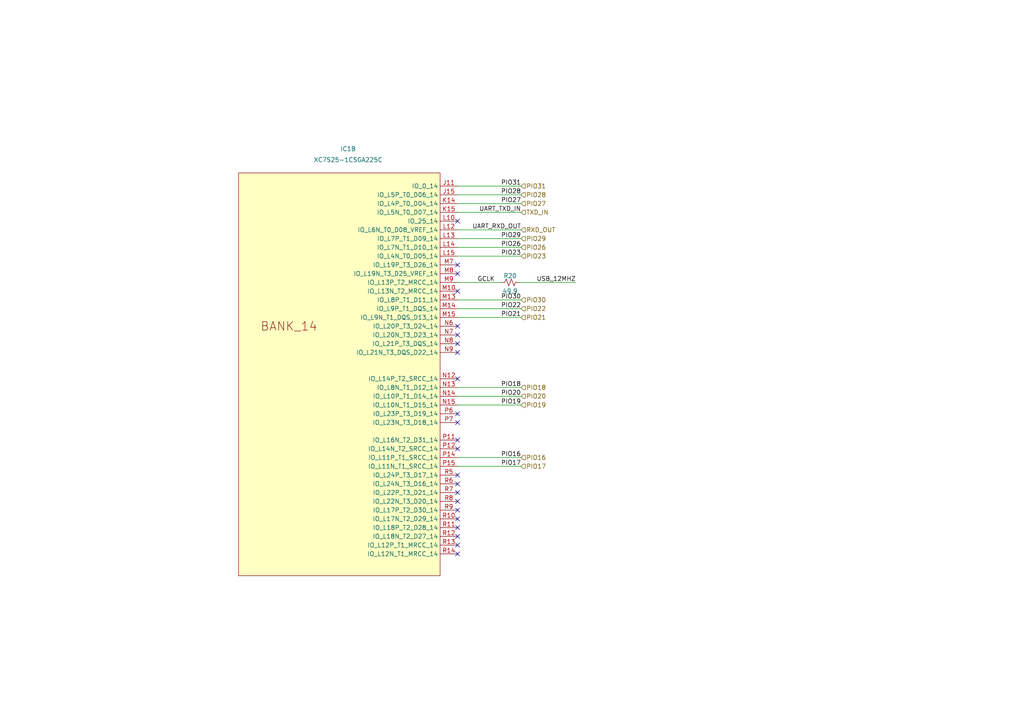
<source format=kicad_sch>
(kicad_sch (version 20230121) (generator eeschema)
  (paper "A4")
  (lib_symbols
    (symbol "Device:R_Small_US" (pin_numbers hide) (pin_names (offset 0.254) hide)
      (property "Reference" "R" (at 0.762 0.508 0))
      (property "Value" "R_Small_US" (at 0.762 -1.016 0))
      (symbol "R_Small_US_1_1"
        (polyline (pts (xy 0 0) (xy 1.016 -0.381) (xy 0 -0.762) (xy -1.016 -1.143) (xy 0 -1.524)))
        (polyline (pts (xy 0 1.524) (xy 1.016 1.143) (xy 0 0.762) (xy -1.016 0.381) (xy 0 0)))
        (pin passive line (at 0 2.54 270) (length 1.016) (name "~") (number "1"))
        (pin passive line (at 0 -2.54 90) (length 1.016) (name "~") (number "2"))
      )
    )
    (symbol "SamacSys_Parts:XC7S25-1CSGA225C"
      (property "Reference" "IC1" (at -2.54 57.785 0))
      (property "Value" "XC7S25-1CSGA225C" (at -2.54 54.61 0))
      (symbol "XC7S25-1CSGA225C_1_1"
        (rectangle (start -21.59 65.405) (end 22.225 -52.07) (fill (type background)))
        (pin passive line (at -26.67 37.465 0) (length 5.08) (name "GND_1") (number "A1"))
        (pin passive line (at -26.67 34.925 0) (length 5.08) (name "GND_2") (number "A15"))
        (pin passive line (at 27.305 34.925 180) (length 5.08) (name "VCCO_15_1") (number "B7"))
        (pin passive line (at -26.67 32.385 0) (length 5.08) (name "GND_3") (number "B8"))
        (pin passive line (at 27.305 32.385 180) (length 5.08) (name "VCCO_15_2") (number "C11"))
        (pin passive line (at -26.67 27.305 0) (length 5.08) (name "GND_5") (number "C12"))
        (pin passive line (at -26.67 29.845 0) (length 5.08) (name "GND_4") (number "C2"))
        (pin passive line (at 27.305 17.145 180) (length 5.08) (name "VCCO_34_1") (number "C3"))
        (pin passive line (at -26.67 22.225 0) (length 5.08) (name "GND_7") (number "D14"))
        (pin passive line (at 27.305 -42.545 180) (length 5.08) (name "VCCBATT_0") (number "D5"))
        (pin passive line (at -26.67 24.765 0) (length 5.08) (name "GND_6") (number "D6"))
        (pin passive line (at 27.305 -22.86 180) (length 5.08) (name "VCCINT_2") (number "E10"))
        (pin passive line (at -26.67 19.685 0) (length 5.08) (name "GND_8") (number "E4"))
        (pin passive line (at 27.305 61.595 180) (length 5.08) (name "VCCO_0_1") (number "E6"))
        (pin passive line (at -26.67 17.145 0) (length 5.08) (name "GND_9") (number "E7"))
        (pin passive line (at 27.305 -20.32 180) (length 5.08) (name "VCCINT_1") (number "E8"))
        (pin passive line (at -26.67 14.605 0) (length 5.08) (name "GND_10") (number "E9"))
        (pin passive line (at -26.67 9.525 0) (length 5.08) (name "GND_12") (number "F10"))
        (pin passive line (at 27.305 29.845 180) (length 5.08) (name "VCCO_15_3") (number "F12"))
        (pin passive line (at -26.67 6.985 0) (length 5.08) (name "GND_13") (number "F13"))
        (pin passive line (at -26.67 12.065 0) (length 5.08) (name "GND_11") (number "F6"))
        (pin passive line (at 27.305 -25.4 180) (length 5.08) (name "VCCINT_3") (number "F7"))
        (pin passive line (at -26.67 -48.26 0) (length 5.08) (name "GNDADC_0") (number "F8"))
        (pin passive line (at 26.67 -48.26 180) (length 5.08) (name "VCCADC_0") (number "F9"))
        (pin passive line (at 27.305 -27.94 180) (length 5.08) (name "VCCINT_4") (number "G10"))
        (pin passive line (at 27.305 14.605 180) (length 5.08) (name "VCCO_34_2") (number "G2"))
        (pin passive line (at -26.67 4.445 0) (length 5.08) (name "GND_14") (number "G3"))
        (pin passive line (at 27.305 1.905 180) (length 5.08) (name "VCCBRAM_1") (number "G6"))
        (pin passive line (at -26.67 1.905 0) (length 5.08) (name "GND_15") (number "G7"))
        (pin passive line (at -26.67 -3.175 0) (length 5.08) (name "GND_17") (number "H10"))
        (pin passive line (at -26.67 -0.635 0) (length 5.08) (name "GND_16") (number "H6"))
        (pin passive line (at 27.305 -30.48 180) (length 5.08) (name "VCCINT_5") (number "H7"))
        (pin passive line (at 27.305 -33.02 180) (length 5.08) (name "VCCINT_6") (number "J10"))
        (pin passive line (at -26.67 -8.255 0) (length 5.08) (name "GND_19") (number "J13"))
        (pin passive line (at 27.305 50.8 180) (length 5.08) (name "VCCO_14_1") (number "J14"))
        (pin passive line (at 27.305 -0.635 180) (length 5.08) (name "VCCBRAM_2") (number "J6"))
        (pin passive line (at -26.67 -5.715 0) (length 5.08) (name "GND_18") (number "J7"))
        (pin passive line (at -26.67 -15.875 0) (length 5.08) (name "GND_22") (number "K10"))
        (pin passive line (at -26.67 -10.795 0) (length 5.08) (name "GND_20") (number "K6"))
        (pin passive line (at 27.305 -35.56 180) (length 5.08) (name "VCCINT_7") (number "K7"))
        (pin passive line (at -26.67 -13.335 0) (length 5.08) (name "GND_21") (number "K8"))
        (pin passive line (at 27.305 -38.1 180) (length 5.08) (name "VCCINT_8") (number "K9"))
        (pin passive line (at -26.67 -18.415 0) (length 5.08) (name "GND_23") (number "L2"))
        (pin passive line (at 27.305 12.065 180) (length 5.08) (name "VCCO_34_3") (number "L3"))
        (pin passive line (at 27.305 -9.525 180) (length 5.08) (name "VCCAUX_1") (number "L6"))
        (pin passive line (at -26.67 -20.955 0) (length 5.08) (name "GND_24") (number "L7"))
        (pin passive line (at 27.305 -12.065 180) (length 5.08) (name "VCCAUX_2") (number "L8"))
        (pin passive line (at -26.67 -23.495 0) (length 5.08) (name "GND_25") (number "L9"))
        (pin passive line (at -26.67 -26.035 0) (length 5.08) (name "GND_26") (number "M11"))
        (pin passive line (at 27.305 48.26 180) (length 5.08) (name "VCCO_14_2") (number "M12"))
        (pin passive line (at -26.67 -33.655 0) (length 5.08) (name "GND_29") (number "P13"))
        (pin passive line (at -26.67 -28.575 0) (length 5.08) (name "GND_27") (number "P4"))
        (pin passive line (at 27.305 59.055 180) (length 5.08) (name "VCCO_0_2") (number "P5"))
        (pin passive line (at -26.67 -31.115 0) (length 5.08) (name "GND_28") (number "P8"))
        (pin passive line (at 27.305 45.72 180) (length 5.08) (name "VCCO_14_3") (number "P9"))
        (pin passive line (at -26.67 -36.195 0) (length 5.08) (name "GND_30") (number "R1"))
        (pin passive line (at -26.67 -39.37 0) (length 5.08) (name "GND_31") (number "R15"))
      )
      (symbol "XC7S25-1CSGA225C_2_1"
        (rectangle (start -34.29 50.8) (end 24.13 -66.04) (fill (type background)))
        (text "BANK_14" (at -19.685 6.35 0) (effects (font (size 2.5 2.5))))
        (pin passive line (at 29.21 46.99 180) (length 5.08) (name "IO_0_14") (number "J11"))
        (pin passive line (at 29.21 44.45 180) (length 5.08) (name "IO_L5P_T0_D06_14") (number "J15"))
        (pin passive line (at 29.21 41.91 180) (length 5.08) (name "IO_L4P_T0_D04_14") (number "K14"))
        (pin passive line (at 29.21 39.37 180) (length 5.08) (name "IO_L5N_T0_D07_14") (number "K15"))
        (pin passive line (at 29.21 36.83 180) (length 5.08) (name "IO_25_14") (number "L10"))
        (pin passive line (at 29.21 34.29 180) (length 5.08) (name "IO_L6N_T0_D08_VREF_14") (number "L12"))
        (pin passive line (at 29.21 31.75 180) (length 5.08) (name "IO_L7P_T1_D09_14") (number "L13"))
        (pin passive line (at 29.21 29.21 180) (length 5.08) (name "IO_L7N_T1_D10_14") (number "L14"))
        (pin passive line (at 29.21 26.67 180) (length 5.08) (name "IO_L4N_T0_D05_14") (number "L15"))
        (pin passive line (at 29.21 16.51 180) (length 5.08) (name "IO_L13N_T2_MRCC_14") (number "M10"))
        (pin passive line (at 29.21 13.97 180) (length 5.08) (name "IO_L8P_T1_D11_14") (number "M13"))
        (pin passive line (at 29.21 11.43 180) (length 5.08) (name "IO_L9P_T1_DQS_14") (number "M14"))
        (pin passive line (at 29.21 8.89 180) (length 5.08) (name "IO_L9N_T1_DQS_D13_14") (number "M15"))
        (pin passive line (at 29.21 24.13 180) (length 5.08) (name "IO_L19P_T3_D26_14") (number "M7"))
        (pin passive line (at 29.21 21.59 180) (length 5.08) (name "IO_L19N_T3_D25_VREF_14") (number "M8"))
        (pin passive line (at 29.21 19.05 180) (length 5.08) (name "IO_L13P_T2_MRCC_14") (number "M9"))
        (pin passive line (at 29.21 -8.89 180) (length 5.08) (name "IO_L14P_T2_SRCC_14") (number "N12"))
        (pin passive line (at 29.21 -11.43 180) (length 5.08) (name "IO_L8N_T1_D12_14") (number "N13"))
        (pin passive line (at 29.21 -13.97 180) (length 5.08) (name "IO_L10P_T1_D14_14") (number "N14"))
        (pin passive line (at 29.21 -16.51 180) (length 5.08) (name "IO_L10N_T1_D15_14") (number "N15"))
        (pin passive line (at 29.21 6.35 180) (length 5.08) (name "IO_L20P_T3_D24_14") (number "N6"))
        (pin passive line (at 29.21 3.81 180) (length 5.08) (name "IO_L20N_T3_D23_14") (number "N7"))
        (pin passive line (at 29.21 1.27 180) (length 5.08) (name "IO_L21P_T3_DQS_14") (number "N8"))
        (pin passive line (at 29.21 -1.27 180) (length 5.08) (name "IO_L21N_T3_DQS_D22_14") (number "N9"))
        (pin passive line (at 29.21 -26.67 180) (length 5.08) (name "IO_L16N_T2_D31_14") (number "P11"))
        (pin passive line (at 29.21 -29.21 180) (length 5.08) (name "IO_L14N_T2_SRCC_14") (number "P12"))
        (pin passive line (at 29.21 -31.75 180) (length 5.08) (name "IO_L11P_T1_SRCC_14") (number "P14"))
        (pin passive line (at 29.21 -34.29 180) (length 5.08) (name "IO_L11N_T1_SRCC_14") (number "P15"))
        (pin passive line (at 29.21 -19.05 180) (length 5.08) (name "IO_L23P_T3_D19_14") (number "P6"))
        (pin passive line (at 29.21 -21.59 180) (length 5.08) (name "IO_L23N_T3_D18_14") (number "P7"))
        (pin passive line (at 29.21 -49.53 180) (length 5.08) (name "IO_L17N_T2_D29_14") (number "R10"))
        (pin passive line (at 29.21 -52.07 180) (length 5.08) (name "IO_L18P_T2_D28_14") (number "R11"))
        (pin passive line (at 29.21 -54.61 180) (length 5.08) (name "IO_L18N_T2_D27_14") (number "R12"))
        (pin passive line (at 29.21 -57.15 180) (length 5.08) (name "IO_L12P_T1_MRCC_14") (number "R13"))
        (pin passive line (at 29.21 -59.69 180) (length 5.08) (name "IO_L12N_T1_MRCC_14") (number "R14"))
        (pin passive line (at 29.21 -36.83 180) (length 5.08) (name "IO_L24P_T3_D17_14") (number "R5"))
        (pin passive line (at 29.21 -39.37 180) (length 5.08) (name "IO_L24N_T3_D16_14") (number "R6"))
        (pin passive line (at 29.21 -41.91 180) (length 5.08) (name "IO_L22P_T3_D21_14") (number "R7"))
        (pin passive line (at 29.21 -44.45 180) (length 5.08) (name "IO_L22N_T3_D20_14") (number "R8"))
        (pin passive line (at 29.21 -46.99 180) (length 5.08) (name "IO_L17P_T2_D30_14") (number "R9"))
      )
      (symbol "XC7S25-1CSGA225C_3_1"
        (rectangle (start -31.115 74.93) (end 27.305 -60.96) (fill (type background)))
        (text "BANK_15\n" (at -13.97 10.16 0) (effects (font (size 2.5 2.5))))
        (pin passive line (at 32.385 48.895 180) (length 5.08) (name "IO_L9N_T1_DQS_AD11N_15") (number "A10"))
        (pin passive line (at 32.385 46.355 180) (length 5.08) (name "IO_L11P_T1_SRCC_AD12P_15") (number "A11"))
        (pin passive line (at 32.385 43.815 180) (length 5.08) (name "IO_L11N_T1_SRCC_AD12N_15") (number "A12"))
        (pin passive line (at 32.385 41.275 180) (length 5.08) (name "IO_L12P_T1_MRCC_AD5P_15") (number "A13"))
        (pin passive line (at 32.385 38.735 180) (length 5.08) (name "IO_L12N_T1_MRCC_AD5N_15") (number "A14"))
        (pin passive line (at 32.385 61.595 180) (length 5.08) (name "IO_L5P_T0_AD2P_15") (number "A5"))
        (pin passive line (at 32.385 59.055 180) (length 5.08) (name "IO_L5N_T0_AD2N_15") (number "A6"))
        (pin passive line (at 32.385 56.515 180) (length 5.08) (name "IO_L3N_T0_DQS_AD1N_15") (number "A7"))
        (pin passive line (at 32.385 53.975 180) (length 5.08) (name "IO_L6P_T0_15") (number "A8"))
        (pin passive line (at 32.385 51.435 180) (length 5.08) (name "IO_L6N_T0_VREF_15") (number "A9"))
        (pin passive line (at 32.385 31.115 180) (length 5.08) (name "IO_L8N_T1_AD3N_15") (number "B10"))
        (pin passive line (at 32.385 28.575 180) (length 5.08) (name "IO_L10P_T1_AD4P_15") (number "B11"))
        (pin passive line (at 32.385 26.035 180) (length 5.08) (name "IO_L10N_T1_AD4N_15") (number "B12"))
        (pin passive line (at 32.385 23.495 180) (length 5.08) (name "IO_L13P_T2_MRCC_15") (number "B13"))
        (pin passive line (at 32.385 20.955 180) (length 5.08) (name "IO_L13N_T2_MRCC_15") (number "B14"))
        (pin passive line (at 32.385 18.415 180) (length 5.08) (name "IO_L14N_T2_SRCC_15") (number "B15"))
        (pin passive line (at 32.385 36.195 180) (length 5.08) (name "IO_L3P_T0_DQS_AD1P_15") (number "B6"))
        (pin passive line (at 32.385 33.655 180) (length 5.08) (name "IO_L9P_T1_DQS_AD11P_15") (number "B9"))
        (pin passive line (at 32.385 5.715 180) (length 5.08) (name "IO_L8P_T1_AD3P_15") (number "C10"))
        (pin passive line (at 32.385 3.175 180) (length 5.08) (name "IO_L15P_T2_DQS_15") (number "C13"))
        (pin passive line (at 32.385 0.635 180) (length 5.08) (name "IO_L15N_T2_DQS_15") (number "C14"))
        (pin passive line (at 32.385 -1.905 180) (length 5.08) (name "IO_L14P_T2_SRCC_15") (number "C15"))
        (pin passive line (at 32.385 15.875 180) (length 5.08) (name "IO_L1P_T0_AD0P_15") (number "C6"))
        (pin passive line (at 32.385 13.335 180) (length 5.08) (name "IO_L1N_T0_AD0N_15") (number "C7"))
        (pin passive line (at 32.385 10.795 180) (length 5.08) (name "IO_L4P_T0_AD9P_15") (number "C8"))
        (pin passive line (at 32.385 8.255 180) (length 5.08) (name "IO_L4N_T0_AD9N_15") (number "C9"))
        (pin passive line (at 32.385 -12.065 180) (length 5.08) (name "IO_L7N_T1_AD10N_15") (number "D10"))
        (pin passive line (at 32.385 -14.605 180) (length 5.08) (name "IO_0_15") (number "D11"))
        (pin passive line (at 32.385 -17.145 180) (length 5.08) (name "IO_L16P_T2_15") (number "D12"))
        (pin passive line (at 32.385 -19.685 180) (length 5.08) (name "IO_L16N_T2_15") (number "D13"))
        (pin passive line (at 32.385 -22.225 180) (length 5.08) (name "IO_L19N_T3_VREF_15") (number "D15"))
        (pin passive line (at 32.385 -4.445 180) (length 5.08) (name "IO_L2P_T0_AD8P_15") (number "D7"))
        (pin passive line (at 32.385 -6.985 180) (length 5.08) (name "IO_L2N_T0_AD8N_15") (number "D8"))
        (pin passive line (at 32.385 -9.525 180) (length 5.08) (name "IO_L7P_T1_AD10P_15") (number "D9"))
        (pin passive line (at 32.385 -24.765 180) (length 5.08) (name "IO_L17N_T2_15") (number "E11"))
        (pin passive line (at 32.385 -27.305 180) (length 5.08) (name "IO_L18P_T2_15") (number "E12"))
        (pin passive line (at 32.385 -29.845 180) (length 5.08) (name "IO_L18N_T2_15") (number "E13"))
        (pin passive line (at 32.385 -32.385 180) (length 5.08) (name "IO_L19P_T3_15") (number "E14"))
        (pin passive line (at 32.385 -34.925 180) (length 5.08) (name "IO_L21N_T3_DQS_15") (number "E15"))
        (pin passive line (at 32.385 -37.465 180) (length 5.08) (name "IO_L17P_T2_15") (number "F11"))
        (pin passive line (at 32.385 -40.005 180) (length 5.08) (name "IO_L21P_T3_DQS_15") (number "F14"))
        (pin passive line (at 32.385 -42.545 180) (length 5.08) (name "IO_L20N_T3_15") (number "F15"))
        (pin passive line (at 32.385 -45.085 180) (length 5.08) (name "IO_L23P_T3_15") (number "G11"))
        (pin passive line (at 32.385 -47.625 180) (length 5.08) (name "IO_L23N_T3_15") (number "G12"))
        (pin passive line (at 32.385 -50.165 180) (length 5.08) (name "IO_L22P_T3_15") (number "G13"))
        (pin passive line (at 32.385 -52.705 180) (length 5.08) (name "IO_L22N_T3_15") (number "G14"))
        (pin passive line (at 32.385 -55.245 180) (length 5.08) (name "IO_L20P_T3_15") (number "G15"))
        (pin passive line (at 32.385 69.215 180) (length 5.08) (name "IO_25_15") (number "H11"))
        (pin passive line (at 32.385 66.675 180) (length 5.08) (name "IO_L24P_T3_RS1_15") (number "H12"))
        (pin passive line (at 32.385 64.135 180) (length 5.08) (name "IO_L24N_T3_RS0_15") (number "H13"))
      )
      (symbol "XC7S25-1CSGA225C_4_1"
        (rectangle (start -22.225 66.675) (end 24.765 -76.835) (fill (type background)))
        (text "BANK_34" (at -10.16 0 0) (effects (font (size 2.5 2.5))))
        (pin passive line (at 29.845 56.515 180) (length 5.08) (name "IO_L2N_T0_34") (number "A2"))
        (pin passive line (at 29.845 53.975 180) (length 5.08) (name "IO_L1N_T0_34") (number "A3"))
        (pin passive line (at 29.845 51.435 180) (length 5.08) (name "IO_L1P_T0_34") (number "A4"))
        (pin passive line (at 29.845 48.895 180) (length 5.08) (name "IO_L4N_T0_34") (number "B1"))
        (pin passive line (at 29.845 46.355 180) (length 5.08) (name "IO_L2P_T0_34") (number "B2"))
        (pin passive line (at 29.845 43.815 180) (length 5.08) (name "IO_L3N_T0_DQS_34") (number "B3"))
        (pin passive line (at 29.845 41.275 180) (length 5.08) (name "IO_L3P_T0_DQS_34") (number "B4"))
        (pin passive line (at 29.845 38.735 180) (length 5.08) (name "IO_L5N_T0_34") (number "B5"))
        (pin passive line (at 29.845 18.415 180) (length 5.08) (name "IO_L4P_T0_34") (number "C1"))
        (pin passive line (at 29.845 15.875 180) (length 5.08) (name "IO_L7N_T1_34") (number "C4"))
        (pin passive line (at 29.845 13.335 180) (length 5.08) (name "IO_L5P_T0_34") (number "C5"))
        (pin passive line (at 29.845 -1.905 180) (length 5.08) (name "IO_L6N_T0_VREF_34") (number "D1"))
        (pin passive line (at 29.845 -4.445 180) (length 5.08) (name "IO_L6P_T0_34") (number "D2"))
        (pin passive line (at 29.845 -6.985 180) (length 5.08) (name "IO_L9N_T1_DQS_34") (number "D3"))
        (pin passive line (at 29.845 -9.525 180) (length 5.08) (name "IO_L7P_T1_34") (number "D4"))
        (pin passive line (at 29.845 -22.225 180) (length 5.08) (name "IO_L8N_T1_34") (number "E1"))
        (pin passive line (at 29.845 -24.765 180) (length 5.08) (name "IO_L8P_T1_34") (number "E2"))
        (pin passive line (at 29.845 -27.305 180) (length 5.08) (name "IO_L9P_T1_DQS_34") (number "E3"))
        (pin passive line (at 29.845 -29.845 180) (length 5.08) (name "IO_L10N_T1_34") (number "F1"))
        (pin passive line (at 29.845 -32.385 180) (length 5.08) (name "IO_L10P_T1_34") (number "F2"))
        (pin passive line (at 29.845 -34.925 180) (length 5.08) (name "IO_L11N_T1_SRCC_34") (number "F3"))
        (pin passive line (at 29.845 -37.465 180) (length 5.08) (name "IO_L11P_T1_SRCC_34") (number "F4"))
        (pin passive line (at 29.845 -65.405 180) (length 5.08) (name "IO_L12N_T1_MRCC_34") (number "G1"))
        (pin passive line (at 29.845 -67.945 180) (length 5.08) (name "IO_0_34") (number "G4"))
        (pin passive line (at 29.845 -47.625 180) (length 5.08) (name "IO_L12P_T1_MRCC_34") (number "H1"))
        (pin passive line (at 29.845 -50.165 180) (length 5.08) (name "IO_L14N_T2_SRCC_34") (number "H2"))
        (pin passive line (at 29.845 -52.705 180) (length 5.08) (name "IO_L13N_T2_MRCC_34") (number "H3"))
        (pin passive line (at 29.845 -55.245 180) (length 5.08) (name "IO_L13P_T2_MRCC_34") (number "H4"))
        (pin passive line (at 29.845 36.195 180) (length 5.08) (name "IO_L16N_T2_34") (number "J1"))
        (pin passive line (at 29.845 33.655 180) (length 5.08) (name "IO_L14P_T2_SRCC_34") (number "J2"))
        (pin passive line (at 29.845 31.115 180) (length 5.08) (name "IO_L15N_T2_DQS_34") (number "J3"))
        (pin passive line (at 29.845 28.575 180) (length 5.08) (name "IO_L15P_T2_DQS_34") (number "J4"))
        (pin passive line (at 29.845 26.035 180) (length 5.08) (name "IO_L16P_T2_34") (number "K1"))
        (pin passive line (at 29.845 23.495 180) (length 5.08) (name "IO_L17N_T2_34") (number "K2"))
        (pin passive line (at 29.845 20.955 180) (length 5.08) (name "IO_L17P_T2_34") (number "K3"))
        (pin passive line (at 29.845 10.795 180) (length 5.08) (name "IO_L18N_T2_34") (number "L1"))
        (pin passive line (at 29.845 8.255 180) (length 5.08) (name "IO_L18P_T2_34") (number "M1"))
        (pin passive line (at 29.845 5.715 180) (length 5.08) (name "IO_L20N_T3_34") (number "M2"))
        (pin passive line (at 29.845 3.175 180) (length 5.08) (name "IO_L19N_T3_VREF_34") (number "M3"))
        (pin passive line (at 29.845 0.635 180) (length 5.08) (name "IO_L19P_T3_34") (number "M4"))
        (pin passive line (at 29.845 -12.065 180) (length 5.08) (name "IO_L22N_T3_34") (number "N1"))
        (pin passive line (at 29.845 -14.605 180) (length 5.08) (name "IO_L20P_T3_34") (number "N2"))
        (pin passive line (at 29.845 -17.145 180) (length 5.08) (name "IO_L21N_T3_DQS_34") (number "N3"))
        (pin passive line (at 29.845 -19.685 180) (length 5.08) (name "IO_25_34") (number "N4"))
        (pin passive line (at 29.845 -40.005 180) (length 5.08) (name "IO_L22P_T3_34") (number "P1"))
        (pin passive line (at 29.845 -42.545 180) (length 5.08) (name "IO_L24N_T3_34") (number "P2"))
        (pin passive line (at 29.845 -45.085 180) (length 5.08) (name "IO_L21P_T3_DQS_34") (number "P3"))
        (pin passive line (at 29.845 -57.785 180) (length 5.08) (name "IO_L24P_T3_34") (number "R2"))
        (pin passive line (at 29.845 -60.325 180) (length 5.08) (name "IO_L23N_T3_34") (number "R3"))
        (pin passive line (at 29.845 -62.865 180) (length 5.08) (name "IO_L23P_T3_34") (number "R4"))
      )
      (symbol "XC7S25-1CSGA225C_5_1"
        (rectangle (start -36.83 41.275) (end 36.195 -33.655) (fill (type background)))
        (text "CONFIG\n" (at 0 0 0) (effects (font (size 2.5 2.5))))
        (pin passive line (at 40.64 27.305 180) (length 5.08) (name "TCK_0") (number "E5"))
        (pin passive line (at 41.275 0 180) (length 5.08) (name "CCLK_0") (number "F5"))
        (pin passive line (at 41.275 -2.54 180) (length 5.08) (name "DONE_0") (number "G5"))
        (pin passive line (at -41.91 -4.445 0) (length 5.08) (name "VREFN_0") (number "G8"))
        (pin passive line (at -41.91 -17.145 0) (length 5.08) (name "VP_0") (number "G9"))
        (pin passive line (at -41.91 32.385 0) (length 5.08) (name "IO_L1P_T0_D00_MOSI_14") (number "H14"))
        (pin passive line (at 41.275 -17.145 180) (length 5.08) (name "IO_L1N_T0_D01_DIN_14") (number "H15"))
        (pin passive line (at -41.91 -27.305 0) (length 5.08) (name "CFGBVS_0") (number "H5"))
        (pin passive line (at -41.91 -19.685 0) (length 5.08) (name "VN_0") (number "H8"))
        (pin passive line (at -41.91 -1.905 0) (length 5.08) (name "VREFP_0") (number "H9"))
        (pin passive line (at 41.275 -24.765 180) (length 5.08) (name "IO_L2P_T0_D02_14") (number "J12"))
        (pin passive line (at 41.275 -5.08 180) (length 5.08) (name "PROGRAM_B_0") (number "J5"))
        (pin passive line (at -41.91 13.335 0) (length 5.08) (name "DXN_0") (number "J8"))
        (pin passive line (at -41.91 10.795 0) (length 5.08) (name "DXP_0") (number "J9"))
        (pin passive line (at -41.91 29.845 0) (length 5.08) (name "IO_L3P_T0_DQS_PUDC_B_14") (number "K11"))
        (pin passive line (at -41.91 27.305 0) (length 5.08) (name "IO_L3N_T0_DQS_EMCCLK_14") (number "K12"))
        (pin passive line (at 41.275 -27.305 180) (length 5.08) (name "IO_L2N_T0_D03_14") (number "K13"))
        (pin passive line (at 40.64 22.225 180) (length 5.08) (name "TDO_0") (number "K4"))
        (pin passive line (at 40.64 29.845 180) (length 5.08) (name "TMS_0") (number "K5"))
        (pin passive line (at 41.275 -22.225 180) (length 5.08) (name "IO_L6P_T0_FCS_B_14") (number "L11"))
        (pin passive line (at 40.64 24.765 180) (length 5.08) (name "TDI_0") (number "L4"))
        (pin passive line (at 41.275 -7.62 180) (length 5.08) (name "INIT_B_0") (number "L5"))
        (pin passive line (at 41.275 12.7 180) (length 5.08) (name "M0_0") (number "M5"))
        (pin passive line (at 41.275 7.62 180) (length 5.08) (name "M2_0") (number "M6"))
        (pin passive line (at -41.91 24.765 0) (length 5.08) (name "IO_L15P_T2_DQS_RDWR_B_14") (number "N10"))
        (pin passive line (at 41.275 -19.685 180) (length 5.08) (name "IO_L15N_T2_DQS_DOUT_CSO_B_14") (number "N11"))
        (pin passive line (at 41.275 10.16 180) (length 5.08) (name "M1_0") (number "N5"))
        (pin passive line (at -41.91 22.225 0) (length 5.08) (name "IO_L16P_T2_CSI_B_14") (number "P10"))
      )
    )
  )
  (no_connect (at 132.715 97.155))
  (no_connect (at 132.715 153.035))
  (no_connect (at 132.715 76.835))
  (no_connect (at 132.715 109.855))
  (no_connect (at 132.715 94.615))
  (no_connect (at 132.715 79.375))
  (no_connect (at 132.715 64.135))
  (no_connect (at 132.715 99.695))
  (no_connect (at 132.715 155.575))
  (no_connect (at 132.715 142.875))
  (no_connect (at 132.715 127.635))
  (no_connect (at 132.715 147.955))
  (no_connect (at 132.715 140.335))
  (no_connect (at 132.715 160.655))
  (no_connect (at 132.715 122.555))
  (no_connect (at 132.715 102.235))
  (no_connect (at 132.715 84.455))
  (no_connect (at 132.715 137.795))
  (no_connect (at 132.715 145.415))
  (no_connect (at 132.715 120.015))
  (no_connect (at 132.715 130.175))
  (no_connect (at 132.715 150.495))
  (no_connect (at 132.715 158.115))
  (wire (pts (xy 150.495 81.915) (xy 167.005 81.915)))
  (wire (pts (xy 132.715 89.535) (xy 151.13 89.535)))
  (wire (pts (xy 132.715 86.995) (xy 151.13 86.995)))
  (wire (pts (xy 132.715 74.295) (xy 151.13 74.295)))
  (wire (pts (xy 132.715 61.595) (xy 151.13 61.595)))
  (wire (pts (xy 132.715 71.755) (xy 151.13 71.755)))
  (wire (pts (xy 132.715 69.215) (xy 151.13 69.215)))
  (wire (pts (xy 132.715 132.715) (xy 151.13 132.715)))
  (wire (pts (xy 132.715 59.055) (xy 151.13 59.055)))
  (wire (pts (xy 132.715 56.515) (xy 151.13 56.515)))
  (wire (pts (xy 132.715 114.935) (xy 151.13 114.935)))
  (wire (pts (xy 132.715 112.395) (xy 151.13 112.395)))
  (wire (pts (xy 132.715 92.075) (xy 151.13 92.075)))
  (wire (pts (xy 132.715 135.255) (xy 151.13 135.255)))
  (wire (pts (xy 132.715 81.915) (xy 145.415 81.915)))
  (wire (pts (xy 132.715 117.475) (xy 151.13 117.475)))
  (wire (pts (xy 132.715 66.675) (xy 151.13 66.675)))
  (wire (pts (xy 132.715 53.975) (xy 151.13 53.975)))
  (label "PIO29" (at 151.13 69.215 180))
  (label "PIO21" (at 151.13 92.075 180))
  (label "PIO23" (at 151.13 74.295 180))
  (label "USB_12MHZ" (at 167.005 81.915 180))
  (label "PIO20" (at 151.13 114.935 180))
  (label "PIO30" (at 151.13 86.995 180))
  (label "GCLK" (at 143.51 81.915 180))
  (label "PIO27" (at 151.13 59.055 180))
  (label "UART_RXD_OUT" (at 151.13 66.675 180))
  (label "PIO17" (at 151.13 135.255 180))
  (label "PIO16" (at 151.13 132.715 180))
  (label "PIO19" (at 151.13 117.475 180))
  (label "PIO18" (at 151.13 112.395 180))
  (label "PIO22" (at 151.13 89.535 180))
  (label "UART_TXD_IN" (at 151.13 61.595 180))
  (label "PIO31" (at 151.13 53.975 180))
  (label "PIO28" (at 151.13 56.515 180))
  (label "PIO26" (at 151.13 71.755 180))
  (hierarchical_label "PIO30" (shape input) (at 151.13 86.995 0))
  (hierarchical_label "PIO22" (shape input) (at 151.13 89.535 0))
  (hierarchical_label "PIO16" (shape input) (at 151.13 132.715 0))
  (hierarchical_label "PIO18" (shape input) (at 151.13 112.395 0))
  (hierarchical_label "PIO23" (shape input) (at 151.13 74.295 0))
  (hierarchical_label "TXD_IN" (shape input) (at 151.13 61.595 0))
  (hierarchical_label "PIO19" (shape input) (at 151.13 117.475 0))
  (hierarchical_label "PIO31" (shape input) (at 151.13 53.975 0))
  (hierarchical_label "PIO27" (shape input) (at 151.13 59.055 0))
  (hierarchical_label "PIO21" (shape input) (at 151.13 92.075 0))
  (hierarchical_label "PIO20" (shape input) (at 151.13 114.935 0))
  (hierarchical_label "PIO29" (shape input) (at 151.13 69.215 0))
  (hierarchical_label "PIO17" (shape input) (at 151.13 135.255 0))
  (hierarchical_label "PIO28" (shape input) (at 151.13 56.515 0))
  (hierarchical_label "RXD_OUT" (shape input) (at 151.13 66.675 0))
  (hierarchical_label "PIO26" (shape input) (at 151.13 71.755 0))
  (symbol (lib_id "SamacSys_Parts:XC7S25-1CSGA225C") (at 103.505 100.965 0) (unit 2)
    (property "Reference" "IC1" (at 100.965 43.18 0))
    (property "Value" "XC7S25-1CSGA225C" (at 100.965 46.355 0))
    (property "Footprint" "SamacSys_Parts:BGA225C80P15X15_1300X1300X140" (effects hide))
    (property "Datasheet" "https://www.xilinx.com/support/documentation/data_sheets/ds180_7Series_Overview.pdf" (effects hide))
    (property "Height" "1.4" (effects hide))
    (property "Manufacturer_Name" "XILINX" (effects hide))
    (property "Manufacturer_Part_Number" "XC7S25-1CSGA225C" (effects hide))
    (property "Mouser Part Number" "217-XC7S25-1CSGA225C" (effects hide))
    (property "Mouser Price/Stock" "https://www.mouser.co.uk/ProductDetail/Xilinx/XC7S25-1CSGA225C?qs=rrS6PyfT74ewwYlQOIhRNA%3D%3D" (effects hide))
  )
  (symbol (lib_id "Device:R_Small_US") (at 147.955 81.915 90) (unit 1)
    (property "Reference" "R20" (at 147.955 80.01 90))
    (property "Value" "49.9" (at 147.955 84.455 90))
    (property "Footprint" "Resistor_SMD:R_0402_1005Metric_Pad0.72x0.64mm_HandSolder" (effects hide))
  )
)
</source>
